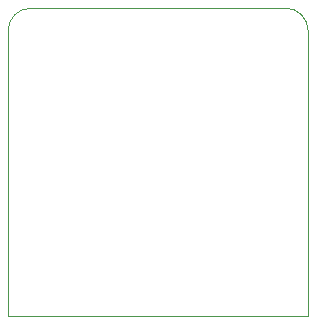
<source format=gbr>
G04 #@! TF.GenerationSoftware,KiCad,Pcbnew,(5.1.5)-3*
G04 #@! TF.CreationDate,2020-01-07T22:17:17+01:00*
G04 #@! TF.ProjectId,WirelessDS18B20,57697265-6c65-4737-9344-533138423230,rev?*
G04 #@! TF.SameCoordinates,Original*
G04 #@! TF.FileFunction,Profile,NP*
%FSLAX46Y46*%
G04 Gerber Fmt 4.6, Leading zero omitted, Abs format (unit mm)*
G04 Created by KiCad (PCBNEW (5.1.5)-3) date 2020-01-07 22:17:17*
%MOMM*%
%LPD*%
G04 APERTURE LIST*
%ADD10C,0.100000*%
G04 APERTURE END LIST*
D10*
X23495000Y-26670000D02*
G75*
G02X25400000Y-24765000I1905000J0D01*
G01*
X46990000Y-24765000D02*
G75*
G02X48895000Y-26670000I0J-1905000D01*
G01*
X23495000Y-26670000D02*
X23495000Y-50800000D01*
X46990000Y-24765000D02*
X25400000Y-24765000D01*
X48895000Y-50800000D02*
X48895000Y-26670000D01*
X23495000Y-50800000D02*
X48895000Y-50800000D01*
M02*

</source>
